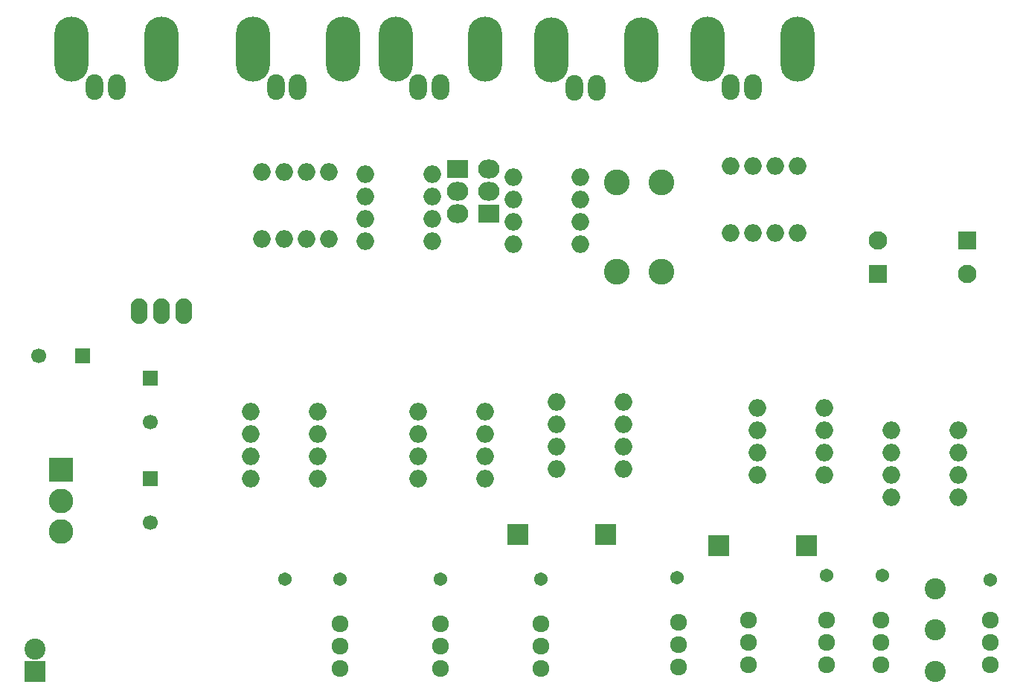
<source format=gbr>
G04 #@! TF.FileFunction,Soldermask,Bot*
%FSLAX46Y46*%
G04 Gerber Fmt 4.6, Leading zero omitted, Abs format (unit mm)*
G04 Created by KiCad (PCBNEW 4.0.2+dfsg1-stable) date Mon 14 Nov 2016 14:02:26 NZDT*
%MOMM*%
G01*
G04 APERTURE LIST*
%ADD10C,0.100000*%
%ADD11C,1.924000*%
%ADD12C,2.940000*%
%ADD13R,2.432000X2.127200*%
%ADD14O,2.432000X2.127200*%
%ADD15O,2.000000X2.000000*%
%ADD16R,2.400000X2.400000*%
%ADD17C,2.400000*%
%ADD18C,2.099260*%
%ADD19R,2.099260X2.099260*%
%ADD20C,2.800000*%
%ADD21R,2.800000X2.800000*%
%ADD22O,3.900120X7.400240*%
%ADD23O,2.000200X2.899360*%
%ADD24O,1.901140X2.899360*%
%ADD25C,1.543000*%
%ADD26R,1.700000X1.700000*%
%ADD27C,1.700000*%
%ADD28R,2.398980X2.398980*%
G04 APERTURE END LIST*
D10*
D11*
X100390000Y-75395000D03*
X100390000Y-72855000D03*
X100390000Y-77935000D03*
D12*
X81600000Y-23105000D03*
X81600000Y-33265000D03*
X76520000Y-23105000D03*
X76520000Y-33265000D03*
D13*
X61900000Y-26655000D03*
D14*
X61900000Y-24115000D03*
X61900000Y-21575000D03*
D15*
X72317000Y-30121000D03*
X72317000Y-27581000D03*
X72317000Y-25041000D03*
X72317000Y-22501000D03*
X64697000Y-22501000D03*
X64697000Y-25041000D03*
X64697000Y-27581000D03*
X64697000Y-30121000D03*
D16*
X10267000Y-78744000D03*
D17*
X10267000Y-76204000D03*
D18*
X116322117Y-33522817D03*
D19*
X106162117Y-33522817D03*
D18*
X106161597Y-29715357D03*
D19*
X116321597Y-29715357D03*
D20*
X13200000Y-59290000D03*
X13200000Y-62790000D03*
D21*
X13200000Y-55790000D03*
D22*
X69062220Y-8035340D03*
X79260320Y-8035340D03*
D23*
X74160000Y-12300000D03*
X71660640Y-12300000D03*
D22*
X51300000Y-7956600D03*
X61498100Y-7956600D03*
D23*
X56397780Y-12221260D03*
X53898420Y-12221260D03*
D22*
X35102613Y-7965105D03*
X45300713Y-7965105D03*
D23*
X40200393Y-12229765D03*
X37701033Y-12229765D03*
D22*
X14452220Y-7936600D03*
X24650320Y-7936600D03*
D23*
X19550000Y-12201260D03*
X17050640Y-12201260D03*
D22*
X86842220Y-7956600D03*
X97040320Y-7956600D03*
D23*
X91940000Y-12221260D03*
X89440640Y-12221260D03*
D11*
X44950000Y-75800000D03*
X44950000Y-73260000D03*
X44950000Y-78340000D03*
X67810000Y-75800000D03*
X67810000Y-73260000D03*
X67810000Y-78340000D03*
X56380000Y-75800000D03*
X56380000Y-73260000D03*
X56380000Y-78340000D03*
X83500000Y-75675000D03*
X83500000Y-73135000D03*
X83500000Y-78215000D03*
X91500000Y-75395000D03*
X91500000Y-72855000D03*
X91500000Y-77935000D03*
X106500000Y-75395000D03*
X106500000Y-72855000D03*
X106500000Y-77935000D03*
X119000000Y-75395000D03*
X119000000Y-72855000D03*
X119000000Y-77935000D03*
D24*
X24630000Y-37700000D03*
X22090000Y-37700000D03*
X27170000Y-37700000D03*
D15*
X55500000Y-29750000D03*
X55500000Y-27210000D03*
X55500000Y-24670000D03*
X55500000Y-22130000D03*
X47880000Y-22130000D03*
X47880000Y-24670000D03*
X47880000Y-27210000D03*
X47880000Y-29750000D03*
X34790000Y-49130000D03*
X34790000Y-51670000D03*
X34790000Y-54210000D03*
X34790000Y-56750000D03*
X42410000Y-56750000D03*
X42410000Y-54210000D03*
X42410000Y-51670000D03*
X42410000Y-49130000D03*
X69648785Y-48028415D03*
X69648785Y-50568415D03*
X69648785Y-53108415D03*
X69648785Y-55648415D03*
X77268785Y-55648415D03*
X77268785Y-53108415D03*
X77268785Y-50568415D03*
X77268785Y-48028415D03*
X53840000Y-49130000D03*
X53840000Y-51670000D03*
X53840000Y-54210000D03*
X53840000Y-56750000D03*
X61460000Y-56750000D03*
X61460000Y-54210000D03*
X61460000Y-51670000D03*
X61460000Y-49130000D03*
X92460000Y-48725000D03*
X92460000Y-51265000D03*
X92460000Y-53805000D03*
X92460000Y-56345000D03*
X100080000Y-56345000D03*
X100080000Y-53805000D03*
X100080000Y-51265000D03*
X100080000Y-48725000D03*
X107700000Y-51265000D03*
X107700000Y-53805000D03*
X107700000Y-56345000D03*
X107700000Y-58885000D03*
X115320000Y-58885000D03*
X115320000Y-56345000D03*
X115320000Y-53805000D03*
X115320000Y-51265000D03*
X89400000Y-28810000D03*
X91940000Y-28810000D03*
X94480000Y-28810000D03*
X97020000Y-28810000D03*
X97020000Y-21190000D03*
X94480000Y-21190000D03*
X91940000Y-21190000D03*
X89400000Y-21190000D03*
D25*
X38715000Y-68230000D03*
X44950000Y-68180000D03*
X67810000Y-68180000D03*
X56380000Y-68180000D03*
X83360000Y-68000000D03*
X100390000Y-67775000D03*
X106740000Y-67775000D03*
D15*
X36060000Y-29555105D03*
X38600000Y-29555105D03*
X41140000Y-29555105D03*
X43680000Y-29555105D03*
X43680000Y-21935105D03*
X41140000Y-21935105D03*
X38600000Y-21935105D03*
X36060000Y-21935105D03*
D26*
X23360000Y-45320000D03*
D27*
X23360000Y-50320000D03*
D26*
X23360000Y-56750000D03*
D27*
X23360000Y-61750000D03*
D28*
X75224260Y-63100000D03*
X65221740Y-63100000D03*
D26*
X15660000Y-42780000D03*
D27*
X10660000Y-42780000D03*
D28*
X98084260Y-64370000D03*
X88081740Y-64370000D03*
D13*
X58350000Y-21545000D03*
D14*
X58350000Y-24085000D03*
X58350000Y-26625000D03*
D25*
X119000000Y-68250000D03*
D17*
X112750000Y-69300000D03*
X112750000Y-74000000D03*
X112750000Y-78700000D03*
M02*

</source>
